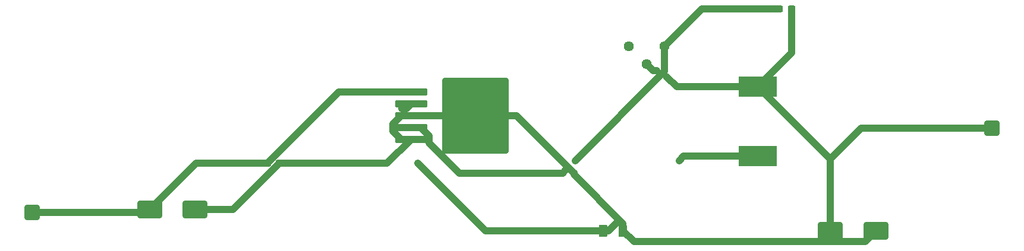
<source format=gbr>
%TF.GenerationSoftware,KiCad,Pcbnew,9.0.3*%
%TF.CreationDate,2025-07-20T02:49:58+05:30*%
%TF.ProjectId,BUCK CONVERTER FINAL,4255434b-2043-44f4-9e56-455254455220,rev?*%
%TF.SameCoordinates,Original*%
%TF.FileFunction,Copper,L1,Top*%
%TF.FilePolarity,Positive*%
%FSLAX46Y46*%
G04 Gerber Fmt 4.6, Leading zero omitted, Abs format (unit mm)*
G04 Created by KiCad (PCBNEW 9.0.3) date 2025-07-20 02:49:58*
%MOMM*%
%LPD*%
G01*
G04 APERTURE LIST*
G04 Aperture macros list*
%AMRoundRect*
0 Rectangle with rounded corners*
0 $1 Rounding radius*
0 $2 $3 $4 $5 $6 $7 $8 $9 X,Y pos of 4 corners*
0 Add a 4 corners polygon primitive as box body*
4,1,4,$2,$3,$4,$5,$6,$7,$8,$9,$2,$3,0*
0 Add four circle primitives for the rounded corners*
1,1,$1+$1,$2,$3*
1,1,$1+$1,$4,$5*
1,1,$1+$1,$6,$7*
1,1,$1+$1,$8,$9*
0 Add four rect primitives between the rounded corners*
20,1,$1+$1,$2,$3,$4,$5,0*
20,1,$1+$1,$4,$5,$6,$7,0*
20,1,$1+$1,$6,$7,$8,$9,0*
20,1,$1+$1,$8,$9,$2,$3,0*%
G04 Aperture macros list end*
%TA.AperFunction,SMDPad,CuDef*%
%ADD10R,5.400000X2.900000*%
%TD*%
%TA.AperFunction,SMDPad,CuDef*%
%ADD11RoundRect,0.250000X-2.050000X-0.300000X2.050000X-0.300000X2.050000X0.300000X-2.050000X0.300000X0*%
%TD*%
%TA.AperFunction,SMDPad,CuDef*%
%ADD12RoundRect,0.250002X-4.449998X-5.149998X4.449998X-5.149998X4.449998X5.149998X-4.449998X5.149998X0*%
%TD*%
%TA.AperFunction,ComponentPad*%
%ADD13C,1.440000*%
%TD*%
%TA.AperFunction,SMDPad,CuDef*%
%ADD14RoundRect,0.237500X-0.250000X-0.237500X0.250000X-0.237500X0.250000X0.237500X-0.250000X0.237500X0*%
%TD*%
%TA.AperFunction,ComponentPad*%
%ADD15RoundRect,0.250000X-0.825000X-0.825000X0.825000X-0.825000X0.825000X0.825000X-0.825000X0.825000X0*%
%TD*%
%TA.AperFunction,SMDPad,CuDef*%
%ADD16RoundRect,0.250000X-0.375000X-0.625000X0.375000X-0.625000X0.375000X0.625000X-0.375000X0.625000X0*%
%TD*%
%TA.AperFunction,SMDPad,CuDef*%
%ADD17RoundRect,0.237500X-0.300000X-0.237500X0.300000X-0.237500X0.300000X0.237500X-0.300000X0.237500X0*%
%TD*%
%TA.AperFunction,SMDPad,CuDef*%
%ADD18RoundRect,0.250000X-1.500000X-1.000000X1.500000X-1.000000X1.500000X1.000000X-1.500000X1.000000X0*%
%TD*%
%TA.AperFunction,ViaPad*%
%ADD19C,0.600000*%
%TD*%
%TA.AperFunction,Conductor*%
%ADD20C,1.000000*%
%TD*%
G04 APERTURE END LIST*
D10*
%TO.P,L1,2,2*%
%TO.N,Net-(J2-Pin_1)*%
X174200000Y-84650000D03*
%TO.P,L1,1,1*%
%TO.N,Net-(D1-K)*%
X174200000Y-94550000D03*
%TD*%
D11*
%TO.P,U1,1,VIN*%
%TO.N,Net-(J1-Pin_1)*%
X124800000Y-85400000D03*
%TO.P,U1,2,OUT*%
%TO.N,Net-(D1-K)*%
X124800000Y-87100000D03*
%TO.P,U1,3,GND*%
%TO.N,GND*%
X124800000Y-88800000D03*
D12*
X133950000Y-88800000D03*
D11*
%TO.P,U1,4,FB*%
%TO.N,Net-(U1-FB)*%
X124800000Y-90500000D03*
%TO.P,U1,5,~{ON}/OFF*%
%TO.N,GND*%
X124800000Y-92200000D03*
%TD*%
D13*
%TO.P,R2,1*%
%TO.N,Net-(U1-FB)*%
X160940000Y-78920000D03*
%TO.P,R2,2*%
%TO.N,Net-(J2-Pin_1)*%
X158400000Y-81460000D03*
%TO.P,R2,3*%
%TO.N,N/C*%
X155860000Y-78920000D03*
%TD*%
D14*
%TO.P,R1,1*%
%TO.N,Net-(U1-FB)*%
X146175000Y-97000000D03*
%TO.P,R1,2*%
%TO.N,GND*%
X148000000Y-97000000D03*
%TD*%
D15*
%TO.P,J2,1,Pin_1*%
%TO.N,Net-(J2-Pin_1)*%
X207600000Y-90600000D03*
%TD*%
%TO.P,J1,1,Pin_1*%
%TO.N,Net-(J1-Pin_1)*%
X70800000Y-102600000D03*
%TD*%
D16*
%TO.P,D1,1,K*%
%TO.N,Net-(D1-K)*%
X152200000Y-105200000D03*
%TO.P,D1,2,A*%
%TO.N,GND*%
X155000000Y-105200000D03*
%TD*%
D17*
%TO.P,C4,1*%
%TO.N,Net-(U1-FB)*%
X177275000Y-73600000D03*
%TO.P,C4,2*%
%TO.N,Net-(J2-Pin_1)*%
X179000000Y-73600000D03*
%TD*%
D18*
%TO.P,C3,1*%
%TO.N,Net-(J2-Pin_1)*%
X184550000Y-105200000D03*
%TO.P,C3,2*%
%TO.N,GND*%
X191050000Y-105200000D03*
%TD*%
%TO.P,C2,1*%
%TO.N,Net-(J1-Pin_1)*%
X87550000Y-102200000D03*
%TO.P,C2,2*%
%TO.N,GND*%
X94050000Y-102200000D03*
%TD*%
D17*
%TO.P,C1,1*%
%TO.N,Net-(J1-Pin_1)*%
X104337500Y-95600000D03*
%TO.P,C1,2*%
%TO.N,GND*%
X106062500Y-95600000D03*
%TD*%
D19*
%TO.N,Net-(D1-K)*%
X123470589Y-87750000D03*
%TO.N,Net-(J2-Pin_1)*%
X161200000Y-83200000D03*
%TO.N,Net-(U1-FB)*%
X146775735Y-96624265D03*
%TO.N,Net-(J2-Pin_1)*%
X159800000Y-82400000D03*
%TO.N,Net-(D1-K)*%
X125800000Y-95600000D03*
%TO.N,Net-(U1-FB)*%
X148200000Y-95200000D03*
%TO.N,Net-(D1-K)*%
X154044620Y-104094946D03*
X163000000Y-95200000D03*
%TD*%
D20*
%TO.N,Net-(D1-K)*%
X152939566Y-105200000D02*
X154044620Y-104094946D01*
X152200000Y-105200000D02*
X152939566Y-105200000D01*
X163000000Y-95200000D02*
X163650000Y-94550000D01*
X163650000Y-94550000D02*
X174200000Y-94550000D01*
%TO.N,GND*%
X191050000Y-105200000D02*
X189499000Y-106751000D01*
X156551000Y-106751000D02*
X155000000Y-105200000D01*
X189499000Y-106751000D02*
X156551000Y-106751000D01*
%TO.N,Net-(J2-Pin_1)*%
X184550000Y-105200000D02*
X184550000Y-95000000D01*
X159340000Y-82400000D02*
X158400000Y-81460000D01*
X184550000Y-95000000D02*
X174200000Y-84650000D01*
%TO.N,Net-(D1-K)*%
X152200000Y-105200000D02*
X136600000Y-105200000D01*
%TO.N,Net-(U1-FB)*%
X160940000Y-82460000D02*
X160940000Y-78920000D01*
%TO.N,GND*%
X148000000Y-97200000D02*
X155000000Y-104200000D01*
%TO.N,Net-(J2-Pin_1)*%
X179000000Y-73600000D02*
X179000000Y-79850000D01*
X159800000Y-82400000D02*
X159340000Y-82400000D01*
X179000000Y-79850000D02*
X174200000Y-84650000D01*
%TO.N,Net-(U1-FB)*%
X148200000Y-95200000D02*
X160940000Y-82460000D01*
%TO.N,Net-(J2-Pin_1)*%
X207600000Y-90600000D02*
X188950000Y-90600000D01*
X188950000Y-90600000D02*
X184550000Y-95000000D01*
%TO.N,Net-(U1-FB)*%
X166260000Y-73600000D02*
X160940000Y-78920000D01*
%TO.N,Net-(J2-Pin_1)*%
X174200000Y-84650000D02*
X162650000Y-84650000D01*
X162650000Y-84650000D02*
X161200000Y-83200000D01*
%TO.N,Net-(U1-FB)*%
X177275000Y-73600000D02*
X166260000Y-73600000D01*
%TO.N,GND*%
X148000000Y-97000000D02*
X139800000Y-88800000D01*
%TO.N,Net-(D1-K)*%
X135400000Y-105200000D02*
X125800000Y-95600000D01*
%TO.N,Net-(U1-FB)*%
X146175000Y-97000000D02*
X131665840Y-97000000D01*
%TO.N,GND*%
X139800000Y-88800000D02*
X133950000Y-88800000D01*
%TO.N,Net-(J1-Pin_1)*%
X94150000Y-95600000D02*
X104337500Y-95600000D01*
%TO.N,GND*%
X94050000Y-102200000D02*
X99462500Y-102200000D01*
%TO.N,Net-(J1-Pin_1)*%
X87550000Y-102200000D02*
X94150000Y-95600000D01*
%TO.N,Net-(U1-FB)*%
X131665840Y-97000000D02*
X127401000Y-92735160D01*
%TO.N,Net-(J1-Pin_1)*%
X70800000Y-102600000D02*
X87150000Y-102600000D01*
%TO.N,GND*%
X99462500Y-102200000D02*
X106062500Y-95600000D01*
X123363840Y-92200000D02*
X122199000Y-91035160D01*
%TO.N,Net-(J1-Pin_1)*%
X114537500Y-85400000D02*
X124800000Y-85400000D01*
X104337500Y-95600000D02*
X114537500Y-85400000D01*
%TO.N,GND*%
X106062500Y-95600000D02*
X121400000Y-95600000D01*
X121400000Y-95600000D02*
X124800000Y-92200000D01*
X124800000Y-88800000D02*
X133950000Y-88800000D01*
X122199000Y-89964840D02*
X123363840Y-88800000D01*
X122199000Y-91035160D02*
X122199000Y-89964840D01*
X123363840Y-88800000D02*
X124800000Y-88800000D01*
%TO.N,Net-(D1-K)*%
X136600000Y-105200000D02*
X135400000Y-105200000D01*
%TO.N,Net-(U1-FB)*%
X146400000Y-97000000D02*
X146775735Y-96624265D01*
%TO.N,GND*%
X148000000Y-97000000D02*
X148000000Y-97200000D01*
%TO.N,Net-(U1-FB)*%
X127401000Y-92735160D02*
X127401000Y-91664840D01*
%TO.N,Net-(D1-K)*%
X124150000Y-87750000D02*
X124800000Y-87100000D01*
%TO.N,Net-(U1-FB)*%
X146175000Y-97000000D02*
X146400000Y-97000000D01*
%TO.N,GND*%
X155000000Y-104200000D02*
X155000000Y-105200000D01*
%TO.N,Net-(U1-FB)*%
X126236160Y-90500000D02*
X124800000Y-90500000D01*
X127401000Y-91664840D02*
X126236160Y-90500000D01*
%TO.N,Net-(J1-Pin_1)*%
X87150000Y-102600000D02*
X87550000Y-102200000D01*
%TO.N,Net-(D1-K)*%
X123470589Y-87750000D02*
X124150000Y-87750000D01*
%TO.N,GND*%
X124800000Y-92200000D02*
X123363840Y-92200000D01*
%TD*%
M02*

</source>
